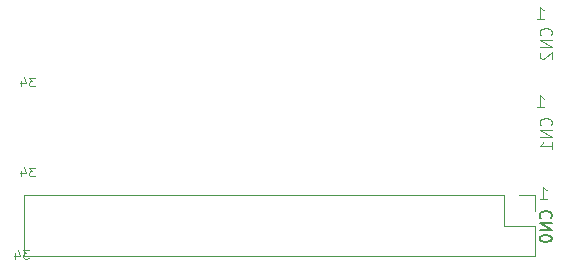
<source format=gbr>
G04 #@! TF.GenerationSoftware,KiCad,Pcbnew,(5.1.9)-1*
G04 #@! TF.CreationDate,2021-02-01T20:53:03+00:00*
G04 #@! TF.ProjectId,Amiga DF0 DF1 Switcher - Design A,416d6967-6120-4444-9630-204446312053,1*
G04 #@! TF.SameCoordinates,Original*
G04 #@! TF.FileFunction,Legend,Bot*
G04 #@! TF.FilePolarity,Positive*
%FSLAX46Y46*%
G04 Gerber Fmt 4.6, Leading zero omitted, Abs format (unit mm)*
G04 Created by KiCad (PCBNEW (5.1.9)-1) date 2021-02-01 20:53:03*
%MOMM*%
%LPD*%
G01*
G04 APERTURE LIST*
%ADD10C,0.125000*%
%ADD11C,0.120000*%
%ADD12C,0.150000*%
G04 APERTURE END LIST*
D10*
X136751142Y-126081285D02*
X136286857Y-126081285D01*
X136536857Y-126367000D01*
X136429714Y-126367000D01*
X136358285Y-126402714D01*
X136322571Y-126438428D01*
X136286857Y-126509857D01*
X136286857Y-126688428D01*
X136322571Y-126759857D01*
X136358285Y-126795571D01*
X136429714Y-126831285D01*
X136644000Y-126831285D01*
X136715428Y-126795571D01*
X136751142Y-126759857D01*
X135644000Y-126331285D02*
X135644000Y-126831285D01*
X135822571Y-126045571D02*
X136001142Y-126581285D01*
X135536857Y-126581285D01*
X136751142Y-133701285D02*
X136286857Y-133701285D01*
X136536857Y-133987000D01*
X136429714Y-133987000D01*
X136358285Y-134022714D01*
X136322571Y-134058428D01*
X136286857Y-134129857D01*
X136286857Y-134308428D01*
X136322571Y-134379857D01*
X136358285Y-134415571D01*
X136429714Y-134451285D01*
X136644000Y-134451285D01*
X136715428Y-134415571D01*
X136751142Y-134379857D01*
X135644000Y-133951285D02*
X135644000Y-134451285D01*
X135822571Y-133665571D02*
X136001142Y-134201285D01*
X135536857Y-134201285D01*
X179292285Y-128595380D02*
X179863714Y-128595380D01*
X179578000Y-128595380D02*
X179578000Y-127595380D01*
X179673238Y-127738238D01*
X179768476Y-127833476D01*
X179863714Y-127881095D01*
X179292285Y-121102380D02*
X179863714Y-121102380D01*
X179578000Y-121102380D02*
X179578000Y-120102380D01*
X179673238Y-120245238D01*
X179768476Y-120340476D01*
X179863714Y-120388095D01*
X180443142Y-122499523D02*
X180490761Y-122451904D01*
X180538380Y-122309047D01*
X180538380Y-122213809D01*
X180490761Y-122070952D01*
X180395523Y-121975714D01*
X180300285Y-121928095D01*
X180109809Y-121880476D01*
X179966952Y-121880476D01*
X179776476Y-121928095D01*
X179681238Y-121975714D01*
X179586000Y-122070952D01*
X179538380Y-122213809D01*
X179538380Y-122309047D01*
X179586000Y-122451904D01*
X179633619Y-122499523D01*
X180538380Y-122928095D02*
X179538380Y-122928095D01*
X180538380Y-123499523D01*
X179538380Y-123499523D01*
X179633619Y-123928095D02*
X179586000Y-123975714D01*
X179538380Y-124070952D01*
X179538380Y-124309047D01*
X179586000Y-124404285D01*
X179633619Y-124451904D01*
X179728857Y-124499523D01*
X179824095Y-124499523D01*
X179966952Y-124451904D01*
X180538380Y-123880476D01*
X180538380Y-124499523D01*
X180443142Y-130119523D02*
X180490761Y-130071904D01*
X180538380Y-129929047D01*
X180538380Y-129833809D01*
X180490761Y-129690952D01*
X180395523Y-129595714D01*
X180300285Y-129548095D01*
X180109809Y-129500476D01*
X179966952Y-129500476D01*
X179776476Y-129548095D01*
X179681238Y-129595714D01*
X179586000Y-129690952D01*
X179538380Y-129833809D01*
X179538380Y-129929047D01*
X179586000Y-130071904D01*
X179633619Y-130119523D01*
X180538380Y-130548095D02*
X179538380Y-130548095D01*
X180538380Y-131119523D01*
X179538380Y-131119523D01*
X180538380Y-132119523D02*
X180538380Y-131548095D01*
X180538380Y-131833809D02*
X179538380Y-131833809D01*
X179681238Y-131738571D01*
X179776476Y-131643333D01*
X179824095Y-131548095D01*
X179546285Y-136342380D02*
X180117714Y-136342380D01*
X179832000Y-136342380D02*
X179832000Y-135342380D01*
X179927238Y-135485238D01*
X180022476Y-135580476D01*
X180117714Y-135628095D01*
X136243142Y-140686285D02*
X135778857Y-140686285D01*
X136028857Y-140972000D01*
X135921714Y-140972000D01*
X135850285Y-141007714D01*
X135814571Y-141043428D01*
X135778857Y-141114857D01*
X135778857Y-141293428D01*
X135814571Y-141364857D01*
X135850285Y-141400571D01*
X135921714Y-141436285D01*
X136136000Y-141436285D01*
X136207428Y-141400571D01*
X136243142Y-141364857D01*
X135136000Y-140936285D02*
X135136000Y-141436285D01*
X135314571Y-140650571D02*
X135493142Y-141186285D01*
X135028857Y-141186285D01*
D11*
X179130000Y-141220500D02*
X179130000Y-138620500D01*
X179130000Y-141220500D02*
X135830000Y-141220500D01*
X135830000Y-141220500D02*
X135830000Y-136020500D01*
X176530000Y-136020500D02*
X135830000Y-136020500D01*
X176530000Y-138620500D02*
X176530000Y-136020500D01*
X179130000Y-138620500D02*
X176530000Y-138620500D01*
X179130000Y-136020500D02*
X177800000Y-136020500D01*
X179130000Y-137350500D02*
X179130000Y-136020500D01*
D12*
X180443142Y-137993523D02*
X180490761Y-137945904D01*
X180538380Y-137803047D01*
X180538380Y-137707809D01*
X180490761Y-137564952D01*
X180395523Y-137469714D01*
X180300285Y-137422095D01*
X180109809Y-137374476D01*
X179966952Y-137374476D01*
X179776476Y-137422095D01*
X179681238Y-137469714D01*
X179586000Y-137564952D01*
X179538380Y-137707809D01*
X179538380Y-137803047D01*
X179586000Y-137945904D01*
X179633619Y-137993523D01*
X180538380Y-138422095D02*
X179538380Y-138422095D01*
X180538380Y-138993523D01*
X179538380Y-138993523D01*
X179538380Y-139660190D02*
X179538380Y-139755428D01*
X179586000Y-139850666D01*
X179633619Y-139898285D01*
X179728857Y-139945904D01*
X179919333Y-139993523D01*
X180157428Y-139993523D01*
X180347904Y-139945904D01*
X180443142Y-139898285D01*
X180490761Y-139850666D01*
X180538380Y-139755428D01*
X180538380Y-139660190D01*
X180490761Y-139564952D01*
X180443142Y-139517333D01*
X180347904Y-139469714D01*
X180157428Y-139422095D01*
X179919333Y-139422095D01*
X179728857Y-139469714D01*
X179633619Y-139517333D01*
X179586000Y-139564952D01*
X179538380Y-139660190D01*
M02*

</source>
